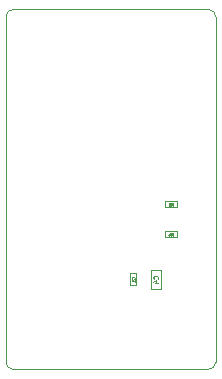
<source format=gbr>
%TF.GenerationSoftware,KiCad,Pcbnew,5.1.5+dfsg1-2~bpo10+1*%
%TF.CreationDate,Date%
%TF.ProjectId,ProMicro_TEST,50726f4d-6963-4726-9f5f-544553542e6b,v1.0*%
%TF.SameCoordinates,Original*%
%TF.FileFunction,Other,Fab,Bot*%
%FSLAX45Y45*%
G04 Gerber Fmt 4.5, Leading zero omitted, Abs format (unit mm)*
G04 Created by KiCad*
%MOMM*%
%LPD*%
G04 APERTURE LIST*
%ADD10C,0.100000*%
%ADD11C,0.040000*%
%ADD12C,0.060000*%
G04 APERTURE END LIST*
D10*
X127000Y2857500D02*
X127000Y-63500D01*
X-1651000Y-63500D02*
X-1651000Y2857500D01*
X-1587500Y-127000D02*
G75*
G02X-1651000Y-63500I0J63500D01*
G01*
X127000Y-63500D02*
G75*
G02X63500Y-127000I-63500J0D01*
G01*
X63500Y2921000D02*
G75*
G02X127000Y2857500I0J-63500D01*
G01*
X-1651000Y2857500D02*
G75*
G02X-1587500Y2921000I63500J0D01*
G01*
X63500Y-127000D02*
X-1587500Y-127000D01*
X-1587500Y2921000D02*
X63500Y2921000D01*
X-304000Y991000D02*
X-204000Y991000D01*
X-304000Y1041000D02*
X-304000Y991000D01*
X-204000Y1041000D02*
X-304000Y1041000D01*
X-204000Y991000D02*
X-204000Y1041000D01*
X-304000Y1245000D02*
X-204000Y1245000D01*
X-304000Y1295000D02*
X-304000Y1245000D01*
X-204000Y1295000D02*
X-304000Y1295000D01*
X-204000Y1245000D02*
X-204000Y1295000D01*
X-341000Y555000D02*
X-341000Y715000D01*
X-421000Y555000D02*
X-341000Y555000D01*
X-421000Y715000D02*
X-421000Y555000D01*
X-341000Y715000D02*
X-421000Y715000D01*
X-546500Y585000D02*
X-546500Y685000D01*
X-596500Y585000D02*
X-546500Y585000D01*
X-596500Y685000D02*
X-596500Y585000D01*
X-546500Y685000D02*
X-596500Y685000D01*
D11*
X-249833Y1004690D02*
X-241500Y1016595D01*
X-235548Y1004690D02*
X-235548Y1029690D01*
X-245071Y1029690D01*
X-247452Y1028500D01*
X-248643Y1027310D01*
X-249833Y1024929D01*
X-249833Y1021357D01*
X-248643Y1018976D01*
X-247452Y1017786D01*
X-245071Y1016595D01*
X-235548Y1016595D01*
X-271262Y1021357D02*
X-271262Y1004690D01*
X-265310Y1030881D02*
X-259357Y1013024D01*
X-274833Y1013024D01*
X-249833Y1258691D02*
X-241500Y1270595D01*
X-235548Y1258691D02*
X-235548Y1283691D01*
X-245071Y1283691D01*
X-247452Y1282500D01*
X-248643Y1281310D01*
X-249833Y1278929D01*
X-249833Y1275357D01*
X-248643Y1272976D01*
X-247452Y1271786D01*
X-245071Y1270595D01*
X-235548Y1270595D01*
X-258167Y1283691D02*
X-273643Y1283691D01*
X-265310Y1274167D01*
X-268881Y1274167D01*
X-271262Y1272976D01*
X-272452Y1271786D01*
X-273643Y1269405D01*
X-273643Y1263452D01*
X-272452Y1261072D01*
X-271262Y1259881D01*
X-268881Y1258691D01*
X-261738Y1258691D01*
X-259357Y1259881D01*
X-258167Y1261072D01*
D12*
X-366714Y641667D02*
X-364810Y643572D01*
X-362905Y649286D01*
X-362905Y653095D01*
X-364810Y658810D01*
X-368619Y662619D01*
X-372429Y664524D01*
X-380048Y666429D01*
X-385762Y666429D01*
X-393381Y664524D01*
X-397190Y662619D01*
X-401000Y658810D01*
X-402905Y653095D01*
X-402905Y649286D01*
X-401000Y643572D01*
X-399095Y641667D01*
X-389571Y607381D02*
X-362905Y607381D01*
X-404810Y616905D02*
X-376238Y626429D01*
X-376238Y601667D01*
D11*
X-562572Y639167D02*
X-561381Y640357D01*
X-560191Y643929D01*
X-560191Y646310D01*
X-561381Y649881D01*
X-563762Y652262D01*
X-566143Y653452D01*
X-570905Y654643D01*
X-574476Y654643D01*
X-579238Y653452D01*
X-581619Y652262D01*
X-584000Y649881D01*
X-585191Y646310D01*
X-585191Y643929D01*
X-584000Y640357D01*
X-582810Y639167D01*
X-560191Y615357D02*
X-560191Y629643D01*
X-560191Y622500D02*
X-585191Y622500D01*
X-581619Y624881D01*
X-579238Y627262D01*
X-578048Y629643D01*
M02*

</source>
